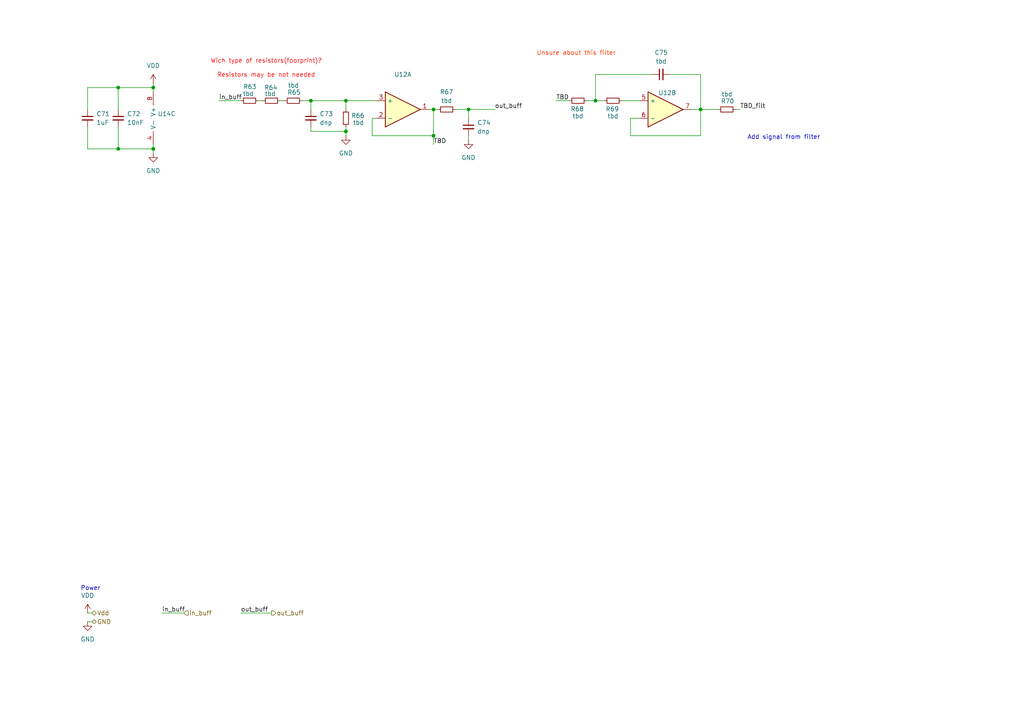
<source format=kicad_sch>
(kicad_sch (version 20231120) (generator "eeschema") (generator_version "8.0")
  (paper "A4")
  (lib_symbols
    (symbol "Device:C_Small" (pin_numbers hide) (pin_names (offset 0.254) hide)
      (property "Reference" "C" (at 0.254 1.778 0))
      (property "Value" "C_Small" (at 0.254 -2.032 0))
      (symbol "C_Small_0_1"
        (polyline (pts (xy -1.524 -0.508) (xy 1.524 -0.508)) (stroke (width 0.3302)))
        (polyline (pts (xy -1.524 0.508) (xy 1.524 0.508)) (stroke (width 0.3048)))
      )
      (symbol "C_Small_1_1"
        (pin passive line (at 0 2.54 270) (length 2.032) (name "~") (number "1"))
        (pin passive line (at 0 -2.54 90) (length 2.032) (name "~") (number "2"))
      )
    )
    (symbol "Device:Opamp_Dual"
      (property "Reference" "U" (at 0 5.08 0))
      (property "Value" "Opamp_Dual" (at 0 -5.08 0))
      (symbol "Opamp_Dual_1_1"
        (polyline (pts (xy -5.08 5.08) (xy 5.08 0) (xy -5.08 -5.08) (xy -5.08 5.08)) (stroke (width 0.254)) (fill (type background)))
        (pin output line (at 7.62 0 180) (length 2.54) (name "~") (number "1"))
        (pin input line (at -7.62 -2.54 0) (length 2.54) (name "-") (number "2"))
        (pin input line (at -7.62 2.54 0) (length 2.54) (name "+") (number "3"))
      )
      (symbol "Opamp_Dual_2_1"
        (polyline (pts (xy -5.08 5.08) (xy 5.08 0) (xy -5.08 -5.08) (xy -5.08 5.08)) (stroke (width 0.254)) (fill (type background)))
        (pin input line (at -7.62 2.54 0) (length 2.54) (name "+") (number "5"))
        (pin input line (at -7.62 -2.54 0) (length 2.54) (name "-") (number "6"))
        (pin output line (at 7.62 0 180) (length 2.54) (name "~") (number "7"))
      )
      (symbol "Opamp_Dual_3_1"
        (pin power_in line (at -2.54 -7.62 90) (length 3.81) (name "V-") (number "4"))
        (pin power_in line (at -2.54 7.62 270) (length 3.81) (name "V+") (number "8"))
      )
    )
    (symbol "Device:R_Small" (pin_numbers hide) (pin_names (offset 0.254) hide)
      (property "Reference" "R" (at 0.762 0.508 0))
      (property "Value" "R_Small" (at 0.762 -1.016 0))
      (symbol "R_Small_0_1"
        (rectangle (start -0.762 1.778) (end 0.762 -1.778) (stroke (width 0.2032)))
      )
      (symbol "R_Small_1_1"
        (pin passive line (at 0 2.54 270) (length 0.762) (name "~") (number "1"))
        (pin passive line (at 0 -2.54 90) (length 0.762) (name "~") (number "2"))
      )
    )
    (symbol "power:GND" (power) (pin_numbers hide) (pin_names (offset 0) hide)
      (property "Value" "GND" (at 0 -3.81 0))
      (symbol "GND_0_1"
        (polyline (pts (xy 0 0) (xy 0 -1.27) (xy 1.27 -1.27) (xy 0 -2.54) (xy -1.27 -1.27) (xy 0 -1.27)))
      )
      (symbol "GND_1_1"
        (pin power_in line (at 0 0 270) (length 0) (name "~") (number "1"))
      )
    )
    (symbol "power:VDD" (power) (pin_numbers hide) (pin_names (offset 0) hide)
      (property "Value" "VDD" (at 0 3.556 0))
      (symbol "VDD_0_1"
        (polyline (pts (xy -0.762 1.27) (xy 0 2.54)))
        (polyline (pts (xy 0 0) (xy 0 2.54)))
        (polyline (pts (xy 0 2.54) (xy 0.762 1.27)))
      )
      (symbol "VDD_1_1"
        (pin power_in line (at 0 0 90) (length 0) (name "~") (number "1"))
      )
    )
  )
  (junction (at 125.73 31.75))
  (junction (at 100.33 29.21))
  (junction (at 44.45 43.18))
  (junction (at 125.73 39.37))
  (junction (at 34.29 43.18))
  (junction (at 172.72 29.21))
  (junction (at 90.17 29.21))
  (junction (at 34.29 25.4))
  (junction (at 100.33 38.1))
  (junction (at 203.2 31.75))
  (junction (at 135.89 31.75))
  (junction (at 44.45 25.4))
  (wire (pts (xy 25.4 31.75) (xy 25.4 25.4)))
  (wire (pts (xy 34.29 25.4) (xy 44.45 25.4)))
  (wire (pts (xy 214.63 31.75) (xy 213.36 31.75)))
  (wire (pts (xy 100.33 36.83) (xy 100.33 38.1)))
  (wire (pts (xy 74.93 29.21) (xy 76.2 29.21)))
  (wire (pts (xy 25.4 43.18) (xy 34.29 43.18)))
  (wire (pts (xy 203.2 21.59) (xy 203.2 31.75)))
  (wire (pts (xy 69.85 177.8) (xy 78.74 177.8)))
  (wire (pts (xy 135.89 31.75) (xy 132.08 31.75)))
  (wire (pts (xy 63.5 29.21) (xy 69.85 29.21)))
  (wire (pts (xy 25.4 177.8) (xy 26.67 177.8)))
  (wire (pts (xy 90.17 38.1) (xy 90.17 36.83)))
  (wire (pts (xy 182.88 34.29) (xy 182.88 39.37)))
  (wire (pts (xy 180.34 29.21) (xy 185.42 29.21)))
  (wire (pts (xy 44.45 24.13) (xy 44.45 25.4)))
  (wire (pts (xy 203.2 39.37) (xy 203.2 31.75)))
  (wire (pts (xy 125.73 39.37) (xy 125.73 41.91)))
  (wire (pts (xy 107.95 34.29) (xy 107.95 39.37)))
  (wire (pts (xy 90.17 29.21) (xy 100.33 29.21)))
  (wire (pts (xy 135.89 40.64) (xy 135.89 39.37)))
  (wire (pts (xy 125.73 31.75) (xy 127 31.75)))
  (wire (pts (xy 125.73 39.37) (xy 125.73 31.75)))
  (wire (pts (xy 81.28 29.21) (xy 82.55 29.21)))
  (wire (pts (xy 44.45 41.91) (xy 44.45 43.18)))
  (wire (pts (xy 100.33 38.1) (xy 100.33 39.37)))
  (wire (pts (xy 185.42 34.29) (xy 182.88 34.29)))
  (wire (pts (xy 107.95 39.37) (xy 125.73 39.37)))
  (wire (pts (xy 200.66 31.75) (xy 203.2 31.75)))
  (wire (pts (xy 135.89 31.75) (xy 143.51 31.75)))
  (wire (pts (xy 44.45 43.18) (xy 44.45 44.45)))
  (wire (pts (xy 44.45 25.4) (xy 44.45 26.67)))
  (wire (pts (xy 34.29 31.75) (xy 34.29 25.4)))
  (wire (pts (xy 100.33 31.75) (xy 100.33 29.21)))
  (wire (pts (xy 25.4 25.4) (xy 34.29 25.4)))
  (wire (pts (xy 135.89 34.29) (xy 135.89 31.75)))
  (wire (pts (xy 194.31 21.59) (xy 203.2 21.59)))
  (wire (pts (xy 34.29 43.18) (xy 44.45 43.18)))
  (wire (pts (xy 182.88 39.37) (xy 203.2 39.37)))
  (wire (pts (xy 25.4 180.34) (xy 26.67 180.34)))
  (wire (pts (xy 34.29 36.83) (xy 34.29 43.18)))
  (wire (pts (xy 100.33 29.21) (xy 109.22 29.21)))
  (wire (pts (xy 87.63 29.21) (xy 90.17 29.21)))
  (wire (pts (xy 46.99 177.8) (xy 53.34 177.8)))
  (wire (pts (xy 125.73 31.75) (xy 124.46 31.75)))
  (wire (pts (xy 208.28 31.75) (xy 203.2 31.75)))
  (wire (pts (xy 90.17 31.75) (xy 90.17 29.21)))
  (wire (pts (xy 170.18 29.21) (xy 172.72 29.21)))
  (wire (pts (xy 172.72 21.59) (xy 172.72 29.21)))
  (wire (pts (xy 189.23 21.59) (xy 172.72 21.59)))
  (wire (pts (xy 161.29 29.21) (xy 165.1 29.21)))
  (wire (pts (xy 25.4 36.83) (xy 25.4 43.18)))
  (wire (pts (xy 109.22 34.29) (xy 107.95 34.29)))
  (wire (pts (xy 172.72 29.21) (xy 175.26 29.21)))
  (wire (pts (xy 90.17 38.1) (xy 100.33 38.1)))
  (text "Power" (at 23.368 170.688 0) (effects (font (size 1.27 1.27)) (justify left)))
  (text "Unsure about this filter\n" (at 167.132 15.494 0) (effects (font (size 1.27 1.27))))
  (text "Add signal from filter" (at 227.33 39.878 0) (effects (font (size 1.27 1.27))))
  (text "Wich type of resistors(foorprint)?\n\nResistors may be not needed\n" (at 77.216 19.812 0) (effects (font (size 1.27 1.27))))
  (label "out_buff" (at 143.51 31.75 0))
  (label "in_buff" (at 46.99 177.8 0))
  (label "TBD" (at 161.29 29.21 0))
  (label "in_buff" (at 63.5 29.21 0))
  (label "TBD_filt" (at 214.63 31.75 0))
  (label "TBD" (at 125.73 41.91 0))
  (label "out_buff" (at 69.85 177.8 0))
  (hierarchical_label "in_buff" (shape input) (at 53.34 177.8 0))
  (hierarchical_label "Vdd" (shape bidirectional) (at 26.67 177.8 0))
  (hierarchical_label "out_buff" (shape output) (at 78.74 177.8 0))
  (hierarchical_label "GND" (shape bidirectional) (at 26.67 180.34 0))
  (symbol (lib_id "Device:Opamp_Dual") (at 193.04 31.75 0) (unit 2)
    (property "Reference" "U12" (at 193.548 26.924 0))
    (property "Value" "Opamp_Dual" (effects (hide yes)))
    (property "Description" "Dual operational amplifier" (effects (hide yes)))
    (property "Sim.Library" "${KICAD7_SYMBOL_DIR}/Simulation_SPICE.sp" (effects (hide yes)))
    (property "Sim.Name" "kicad_builtin_opamp_dual" (effects (hide yes)))
    (property "Sim.Device" "SUBCKT" (effects (hide yes)))
    (property "Sim.Pins" "1=out1 2=in1- 3=in1+ 4=vee 5=in2+ 6=in2- 7=out2 8=vcc" (effects (hide yes)))
    (instances (project "buck-boost-xp" (path "" (reference "U12") (unit 2)) (path "" (reference "U17") (unit 2))))
  )
  (symbol (lib_id "Device:R_Small") (at 100.33 34.29 180) (unit 1)
    (property "Reference" "R55" (at 101.854 33.528 0) (effects (justify right)))
    (property "Value" "tbd" (at 102.362 35.56 0) (effects (justify right)))
    (property "Footprint" "Resistor_SMD:R_0805_2012Metric_Pad1.20x1.40mm_HandSolder" (effects (hide yes)))
    (property "Description" "Resistor, small symbol" (effects (hide yes)))
    (instances (project "buck-boost-xp" (path "" (reference "R66") (unit 1)) (path "" (reference "R74") (unit 1)) (path "" (reference "R55") (unit 1))))
  )
  (symbol (lib_id "Device:C_Small") (at 135.89 36.83 0) (unit 1)
    (property "Reference" "C68" (at 138.43 35.5662 0) (effects (justify left)))
    (property "Value" "dnp" (at 138.43 38.1062 0) (effects (justify left)))
    (property "Footprint" "Capacitor_SMD:C_0805_2012Metric_Pad1.18x1.45mm_HandSolder" (effects (hide yes)))
    (property "Description" "Unpolarized capacitor, small symbol" (effects (hide yes)))
    (instances (project "buck-boost-xp" (path "" (reference "C74") (unit 1)) (path "" (reference "C79") (unit 1)) (path "" (reference "C68") (unit 1))))
  )
  (symbol (lib_id "power:GND") (at 25.4 180.34 0) (unit 1)
    (property "Reference" "#PWR061" (effects (hide yes)))
    (property "Value" "GND" (at 25.4 185.42 0))
    (property "Description" "Power symbol creates a global label with name \"GND\" , ground" (effects (hide yes)))
    (instances (project "buck-boost-xp" (path "" (reference "#PWR046") (unit 1)) (path "" (reference "#PWR067") (unit 1)) (path "" (reference "#PWR061") (unit 1))))
  )
  (symbol (lib_id "power:VDD") (at 44.45 24.13 0) (unit 1)
    (property "Reference" "#PWR027" (effects (hide yes)))
    (property "Value" "VDD" (at 44.45 19.05 0))
    (property "Description" "Power symbol creates a global label with name \"VDD\"" (effects (hide yes)))
    (instances (project "buck-boost-xp" (path "" (reference "#PWR047") (unit 1)) (path "" (reference "#PWR068") (unit 1)) (path "" (reference "#PWR027") (unit 1))))
  )
  (symbol (lib_id "power:VDD") (at 25.4 177.8 0) (unit 1)
    (property "Reference" "#PWR060" (effects (hide yes)))
    (property "Value" "VDD" (at 25.4 172.72 0))
    (property "Description" "Power symbol creates a global label with name \"VDD\"" (effects (hide yes)))
    (instances (project "buck-boost-xp" (path "" (reference "#PWR045") (unit 1)) (path "" (reference "#PWR066") (unit 1)) (path "" (reference "#PWR060") (unit 1))))
  )
  (symbol (lib_id "Device:C_Small") (at 25.4 34.29 0) (unit 1)
    (property "Reference" "C66" (at 27.94 33.0262 0) (effects (justify left)))
    (property "Value" "1uF" (at 27.94 35.5662 0) (effects (justify left)))
    (property "Footprint" "Capacitor_SMD:C_0805_2012Metric_Pad1.18x1.45mm_HandSolder" (effects (hide yes)))
    (property "Description" "Unpolarized capacitor, small symbol" (effects (hide yes)))
    (instances (project "buck-boost-xp" (path "" (reference "C71") (unit 1)) (path "" (reference "C76") (unit 1)) (path "" (reference "C66") (unit 1))))
  )
  (symbol (lib_id "Device:R_Small") (at 85.09 29.21 270) (unit 1)
    (property "Reference" "R62" (at 87.249 26.797 90) (effects (justify right)))
    (property "Value" "tbd" (at 86.741 24.765 90) (effects (justify right)))
    (property "Footprint" "Resistor_SMD:R_0805_2012Metric_Pad1.20x1.40mm_HandSolder" (effects (hide yes)))
    (property "Description" "Resistor, small symbol" (effects (hide yes)))
    (instances (project "buck-boost-xp" (path "" (reference "R65") (unit 1)) (path "" (reference "R73") (unit 1)) (path "" (reference "R62") (unit 1))))
  )
  (symbol (lib_id "Device:R_Small") (at 177.8 29.21 90) (unit 1)
    (property "Reference" "R58" (at 175.641 31.623 90) (effects (justify right)))
    (property "Value" "tbd" (at 176.149 33.655 90) (effects (justify right)))
    (property "Footprint" "Resistor_SMD:R_0805_2012Metric_Pad1.20x1.40mm_HandSolder" (effects (hide yes)))
    (property "Description" "Resistor, small symbol" (effects (hide yes)))
    (instances (project "buck-boost-xp" (path "" (reference "R69") (unit 1)) (path "" (reference "R77") (unit 1)) (path "" (reference "R58") (unit 1))))
  )
  (symbol (lib_id "Device:R_Small") (at 72.39 29.21 270) (unit 1)
    (property "Reference" "R61" (at 74.422 25.146 90) (effects (justify right)))
    (property "Value" "tbd" (at 73.66 27.178 90) (effects (justify right)))
    (property "Footprint" "Resistor_SMD:R_0805_2012Metric_Pad1.20x1.40mm_HandSolder" (effects (hide yes)))
    (property "Description" "Resistor, small symbol" (effects (hide yes)))
    (instances (project "buck-boost-xp" (path "" (reference "R63") (unit 1)) (path "" (reference "R71") (unit 1)) (path "" (reference "R61") (unit 1))))
  )
  (symbol (lib_id "Device:C_Small") (at 34.29 34.29 0) (unit 1)
    (property "Reference" "C67" (at 36.83 33.0262 0) (effects (justify left)))
    (property "Value" "10nF" (at 36.83 35.5662 0) (effects (justify left)))
    (property "Footprint" "Capacitor_SMD:C_0805_2012Metric_Pad1.18x1.45mm_HandSolder" (effects (hide yes)))
    (property "Description" "Unpolarized capacitor, small symbol" (effects (hide yes)))
    (instances (project "buck-boost-xp" (path "" (reference "C72") (unit 1)) (path "" (reference "C77") (unit 1)) (path "" (reference "C67") (unit 1))))
  )
  (symbol (lib_id "Device:Opamp_Dual") (at 116.84 31.75 0) (unit 1)
    (property "Reference" "U12" (at 116.84 21.59 0))
    (property "Value" "Opamp_Dual" (effects (hide yes)))
    (property "Description" "Dual operational amplifier" (effects (hide yes)))
    (property "Sim.Library" "${KICAD7_SYMBOL_DIR}/Simulation_SPICE.sp" (effects (hide yes)))
    (property "Sim.Name" "kicad_builtin_opamp_dual" (effects (hide yes)))
    (property "Sim.Device" "SUBCKT" (effects (hide yes)))
    (property "Sim.Pins" "1=out1 2=in1- 3=in1+ 4=vee 5=in2+ 6=in2- 7=out2 8=vcc" (effects (hide yes)))
    (instances (project "buck-boost-xp" (path "" (reference "U12") (unit 1)) (path "" (reference "U17") (unit 1))))
  )
  (symbol (lib_id "Device:C_Small") (at 191.77 21.59 90) (unit 1)
    (property "Reference" "C69" (at 191.7763 15.24 90))
    (property "Value" "tbd" (at 191.7763 17.78 90))
    (property "Footprint" "Capacitor_SMD:C_0805_2012Metric_Pad1.18x1.45mm_HandSolder" (effects (hide yes)))
    (property "Description" "Unpolarized capacitor, small symbol" (effects (hide yes)))
    (instances (project "buck-boost-xp" (path "" (reference "C75") (unit 1)) (path "" (reference "C80") (unit 1)) (path "" (reference "C69") (unit 1))))
  )
  (symbol (lib_id "power:GND") (at 44.45 44.45 0) (unit 1)
    (property "Reference" "#PWR028" (effects (hide yes)))
    (property "Value" "GND" (at 44.45 49.53 0))
    (property "Description" "Power symbol creates a global label with name \"GND\" , ground" (effects (hide yes)))
    (instances (project "buck-boost-xp" (path "" (reference "#PWR048") (unit 1)) (path "" (reference "#PWR069") (unit 1)) (path "" (reference "#PWR028") (unit 1))))
  )
  (symbol (lib_id "Device:R_Small") (at 167.64 29.21 90) (unit 1)
    (property "Reference" "R57" (at 165.481 31.623 90) (effects (justify right)))
    (property "Value" "tbd" (at 165.989 33.655 90) (effects (justify right)))
    (property "Footprint" "Resistor_SMD:R_0805_2012Metric_Pad1.20x1.40mm_HandSolder" (effects (hide yes)))
    (property "Description" "Resistor, small symbol" (effects (hide yes)))
    (instances (project "buck-boost-xp" (path "" (reference "R68") (unit 1)) (path "" (reference "R76") (unit 1)) (path "" (reference "R57") (unit 1))))
  )
  (symbol (lib_id "Device:Opamp_Dual") (at 46.99 34.29 0) (unit 3)
    (property "Reference" "U14" (at 45.72 33.0199 0) (effects (justify left)))
    (property "Value" "Opamp_Dual" (effects (hide yes)))
    (property "Description" "Dual operational amplifier" (effects (hide yes)))
    (property "Sim.Library" "${KICAD7_SYMBOL_DIR}/Simulation_SPICE.sp" (effects (hide yes)))
    (property "Sim.Name" "kicad_builtin_opamp_dual" (effects (hide yes)))
    (property "Sim.Device" "SUBCKT" (effects (hide yes)))
    (property "Sim.Pins" "1=out1 2=in1- 3=in1+ 4=vee 5=in2+ 6=in2- 7=out2 8=vcc" (effects (hide yes)))
    (instances (project "buck-boost-xp" (path "" (reference "U14") (unit 3)) (path "" (reference "U15") (unit 3))))
  )
  (symbol (lib_id "Device:R_Small") (at 210.82 31.75 270) (unit 1)
    (property "Reference" "R59" (at 212.979 29.337 90) (effects (justify right)))
    (property "Value" "tbd" (at 212.471 27.305 90) (effects (justify right)))
    (property "Footprint" "Resistor_SMD:R_0805_2012Metric_Pad1.20x1.40mm_HandSolder" (effects (hide yes)))
    (property "Description" "Resistor, small symbol" (effects (hide yes)))
    (instances (project "buck-boost-xp" (path "" (reference "R70") (unit 1)) (path "" (reference "R78") (unit 1)) (path "" (reference "R59") (unit 1))))
  )
  (symbol (lib_id "power:GND") (at 100.33 39.37 0) (unit 1)
    (property "Reference" "#PWR039" (effects (hide yes)))
    (property "Value" "GND" (at 100.33 44.45 0))
    (property "Description" "Power symbol creates a global label with name \"GND\" , ground" (effects (hide yes)))
    (instances (project "buck-boost-xp" (path "" (reference "#PWR062") (unit 1)) (path "" (reference "#PWR070") (unit 1)) (path "" (reference "#PWR039") (unit 1))))
  )
  (symbol (lib_id "Device:R_Small") (at 129.54 31.75 90) (unit 1)
    (property "Reference" "R56" (at 129.54 26.67 90))
    (property "Value" "tbd" (at 129.54 29.21 90))
    (property "Footprint" "Resistor_SMD:R_0805_2012Metric_Pad1.20x1.40mm_HandSolder" (effects (hide yes)))
    (property "Description" "Resistor, small symbol" (effects (hide yes)))
    (instances (project "buck-boost-xp" (path "" (reference "R67") (unit 1)) (path "" (reference "R75") (unit 1)) (path "" (reference "R56") (unit 1))))
  )
  (symbol (lib_id "Device:R_Small") (at 78.74 29.21 270) (unit 1)
    (property "Reference" "R60" (at 80.518 25.4 90) (effects (justify right)))
    (property "Value" "tbd" (at 80.01 27.178 90) (effects (justify right)))
    (property "Footprint" "Resistor_SMD:R_0805_2012Metric_Pad1.20x1.40mm_HandSolder" (effects (hide yes)))
    (property "Description" "Resistor, small symbol" (effects (hide yes)))
    (instances (project "buck-boost-xp" (path "" (reference "R64") (unit 1)) (path "" (reference "R72") (unit 1)) (path "" (reference "R60") (unit 1))))
  )
  (symbol (lib_id "power:GND") (at 135.89 40.64 0) (unit 1)
    (property "Reference" "#PWR040" (effects (hide yes)))
    (property "Value" "GND" (at 135.89 45.72 0))
    (property "Description" "Power symbol creates a global label with name \"GND\" , ground" (effects (hide yes)))
    (instances (project "buck-boost-xp" (path "" (reference "#PWR063") (unit 1)) (path "" (reference "#PWR071") (unit 1)) (path "" (reference "#PWR040") (unit 1))))
  )
  (symbol (lib_id "Device:C_Small") (at 90.17 34.29 0) (unit 1)
    (property "Reference" "C70" (at 92.71 33.0262 0) (effects (justify left)))
    (property "Value" "dnp" (at 92.71 35.5662 0) (effects (justify left)))
    (property "Footprint" "Capacitor_SMD:C_0805_2012Metric_Pad1.18x1.45mm_HandSolder" (effects (hide yes)))
    (property "Description" "Unpolarized capacitor, small symbol" (effects (hide yes)))
    (instances (project "buck-boost-xp" (path "" (reference "C73") (unit 1)) (path "" (reference "C78") (unit 1)) (path "" (reference "C70") (unit 1))))
  )
)
</source>
